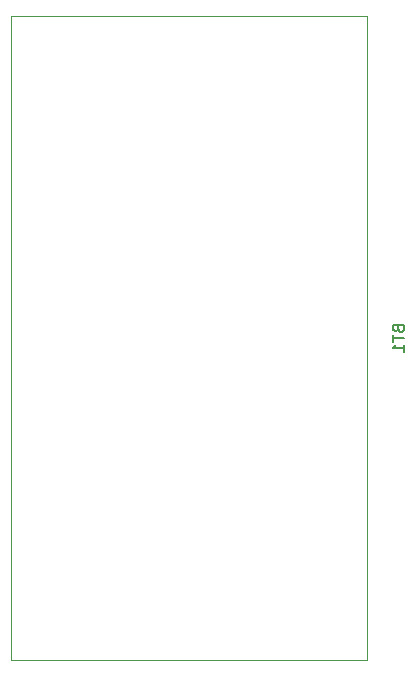
<source format=gbo>
%TF.GenerationSoftware,KiCad,Pcbnew,7.0.1*%
%TF.CreationDate,2023-04-24T09:38:45-04:00*%
%TF.ProjectId,digital_compass,64696769-7461-46c5-9f63-6f6d70617373,rev?*%
%TF.SameCoordinates,Original*%
%TF.FileFunction,Legend,Bot*%
%TF.FilePolarity,Positive*%
%FSLAX46Y46*%
G04 Gerber Fmt 4.6, Leading zero omitted, Abs format (unit mm)*
G04 Created by KiCad (PCBNEW 7.0.1) date 2023-04-24 09:38:45*
%MOMM*%
%LPD*%
G01*
G04 APERTURE LIST*
%ADD10C,0.150000*%
%ADD11C,0.120000*%
%ADD12C,1.700000*%
%ADD13C,2.600000*%
%ADD14R,3.000000X3.000000*%
%ADD15C,3.000000*%
G04 APERTURE END LIST*
D10*
%TO.C,BT1*%
X117618809Y-99194285D02*
X117666428Y-99337142D01*
X117666428Y-99337142D02*
X117714047Y-99384761D01*
X117714047Y-99384761D02*
X117809285Y-99432380D01*
X117809285Y-99432380D02*
X117952142Y-99432380D01*
X117952142Y-99432380D02*
X118047380Y-99384761D01*
X118047380Y-99384761D02*
X118095000Y-99337142D01*
X118095000Y-99337142D02*
X118142619Y-99241904D01*
X118142619Y-99241904D02*
X118142619Y-98860952D01*
X118142619Y-98860952D02*
X117142619Y-98860952D01*
X117142619Y-98860952D02*
X117142619Y-99194285D01*
X117142619Y-99194285D02*
X117190238Y-99289523D01*
X117190238Y-99289523D02*
X117237857Y-99337142D01*
X117237857Y-99337142D02*
X117333095Y-99384761D01*
X117333095Y-99384761D02*
X117428333Y-99384761D01*
X117428333Y-99384761D02*
X117523571Y-99337142D01*
X117523571Y-99337142D02*
X117571190Y-99289523D01*
X117571190Y-99289523D02*
X117618809Y-99194285D01*
X117618809Y-99194285D02*
X117618809Y-98860952D01*
X117142619Y-99718095D02*
X117142619Y-100289523D01*
X118142619Y-100003809D02*
X117142619Y-100003809D01*
X118142619Y-101146666D02*
X118142619Y-100575238D01*
X118142619Y-100860952D02*
X117142619Y-100860952D01*
X117142619Y-100860952D02*
X117285476Y-100765714D01*
X117285476Y-100765714D02*
X117380714Y-100670476D01*
X117380714Y-100670476D02*
X117428333Y-100575238D01*
D11*
X84800000Y-127250000D02*
X115000000Y-127250000D01*
X115000000Y-127250000D02*
X115000000Y-72750000D01*
X84800000Y-72750000D02*
X84800000Y-127250000D01*
X115000000Y-72750000D02*
X84800000Y-72750000D01*
%TD*%
%LPC*%
D12*
%TO.C,U3*%
X87300000Y-90800000D03*
X89800000Y-90800000D03*
X92300000Y-90800000D03*
X94800000Y-90800000D03*
X97300000Y-90800000D03*
X99800000Y-90800000D03*
X99800000Y-80900000D03*
X97300000Y-80900000D03*
X94800000Y-80900000D03*
X92300000Y-80900000D03*
X89800000Y-80900000D03*
X87300000Y-80900000D03*
%TD*%
%TO.C,U5*%
X88000000Y-129100000D03*
X104500000Y-131200000D03*
X96000000Y-68700000D03*
X81000000Y-74800000D03*
X119500000Y-124800000D03*
X129500000Y-111200000D03*
%TD*%
%TO.C,U4*%
X105500000Y-113000000D03*
X105500000Y-115500000D03*
X105500000Y-118000000D03*
X105500000Y-120500000D03*
X105500000Y-123000000D03*
%TD*%
D13*
%TO.C,BT1*%
X111000000Y-114750000D03*
X88800000Y-100000000D03*
X111000000Y-86750000D03*
D14*
X93550000Y-75850000D03*
D15*
X106250000Y-75850000D03*
%TD*%
M02*

</source>
